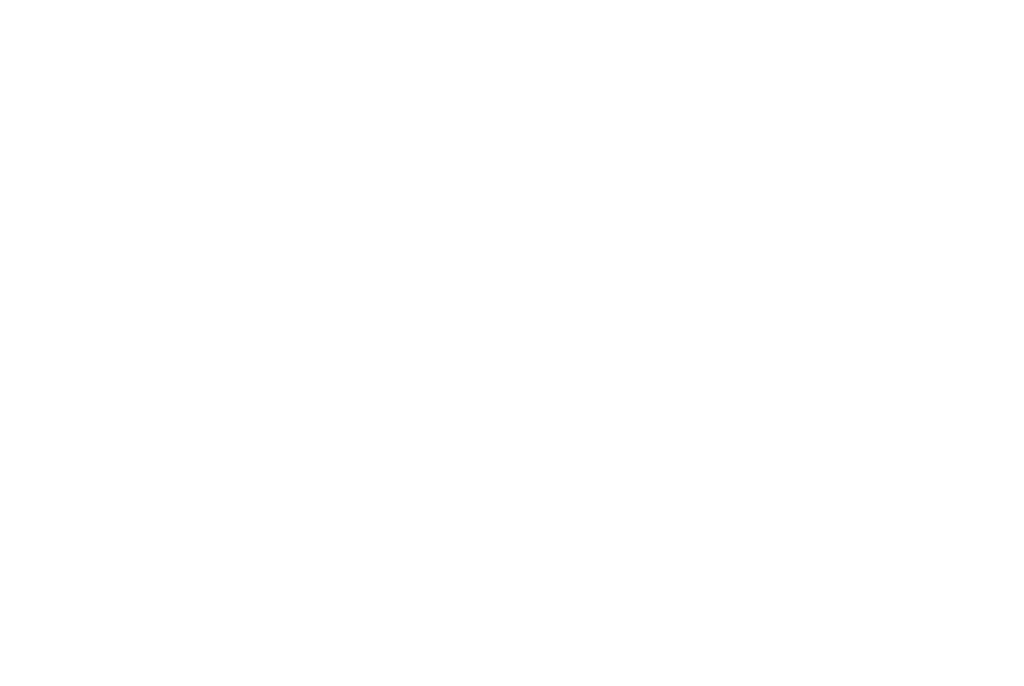
<source format=kicad_pcb>
(kicad_pcb (version 20211014)
  (general (title "Toaster1024 Module PCB"))
  (layers 
    (0 F.Cu signal)
    (31 B.Cu signal)
    (32 F.Mask user)
    (33 B.Mask user)
  )
  (module MCU_STM32G070 (at 40 40))
  (module MOSFET_DRIVER (at 80 40))
  (module IR_SENSOR (at 20 80))
  (module LOAD_CELL_IFACE (at 60 80))
)

</source>
